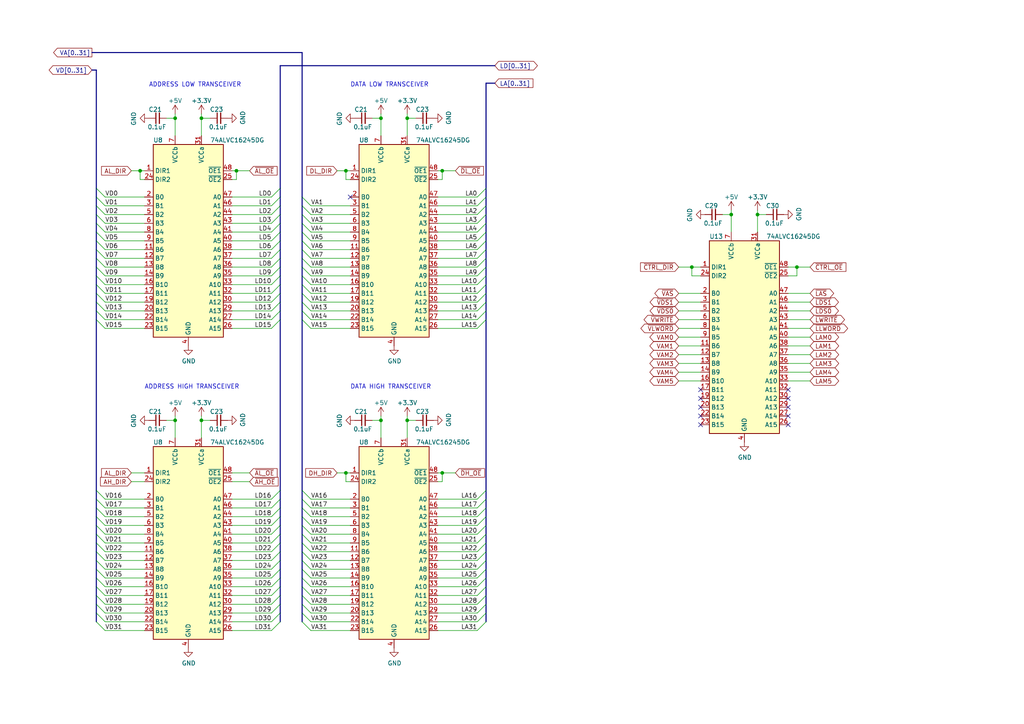
<source format=kicad_sch>
(kicad_sch (version 20230121) (generator eeschema)
  (paper "A4")
  (title_block (title "IVC-STH7") (rev "1"))
  (junction (at 50.8 34.29))
  (junction (at 58.42 121.92))
  (junction (at 118.11 121.92))
  (junction (at 231.14 77.47))
  (junction (at 110.49 121.92))
  (junction (at 128.27 137.16))
  (junction (at 100.33 49.53))
  (junction (at 128.27 49.53))
  (junction (at 68.58 49.53))
  (junction (at 58.42 34.29))
  (junction (at 110.49 34.29))
  (junction (at 50.8 121.92))
  (junction (at 212.09 62.23))
  (junction (at 100.33 137.16))
  (junction (at 219.71 62.23))
  (junction (at 200.66 77.47))
  (junction (at 118.11 34.29))
  (junction (at 40.64 49.53))
  (no_connect (at 228.6 118.11))
  (no_connect (at 203.2 115.57))
  (no_connect (at 203.2 123.19))
  (no_connect (at 228.6 115.57))
  (no_connect (at 101.6 57.15))
  (no_connect (at 203.2 113.03))
  (no_connect (at 203.2 118.11))
  (no_connect (at 203.2 120.65))
  (no_connect (at 228.6 123.19))
  (no_connect (at 228.6 120.65))
  (no_connect (at 228.6 113.03))
  (bus_entry (at 30.48 72.39) (size -2.54 -2.54))
  (bus_entry (at 90.17 95.25) (size -2.54 -2.54))
  (bus_entry (at 138.43 160.02) (size 2.54 -2.54))
  (bus_entry (at 78.74 175.26) (size 2.54 -2.54))
  (bus_entry (at 78.74 77.47) (size 2.54 -2.54))
  (bus_entry (at 30.48 77.47) (size -2.54 -2.54))
  (bus_entry (at 138.43 82.55) (size 2.54 -2.54))
  (bus_entry (at 78.74 149.86) (size 2.54 -2.54))
  (bus_entry (at 30.48 67.31) (size -2.54 -2.54))
  (bus_entry (at 78.74 177.8) (size 2.54 -2.54))
  (bus_entry (at 78.74 160.02) (size 2.54 -2.54))
  (bus_entry (at 30.48 87.63) (size -2.54 -2.54))
  (bus_entry (at 90.17 62.23) (size -2.54 -2.54))
  (bus_entry (at 78.74 67.31) (size 2.54 -2.54))
  (bus_entry (at 30.48 80.01) (size -2.54 -2.54))
  (bus_entry (at 90.17 167.64) (size -2.54 -2.54))
  (bus_entry (at 78.74 64.77) (size 2.54 -2.54))
  (bus_entry (at 138.43 162.56) (size 2.54 -2.54))
  (bus_entry (at 138.43 154.94) (size 2.54 -2.54))
  (bus_entry (at 90.17 157.48) (size -2.54 -2.54))
  (bus_entry (at 138.43 80.01) (size 2.54 -2.54))
  (bus_entry (at 30.48 62.23) (size -2.54 -2.54))
  (bus_entry (at 138.43 87.63) (size 2.54 -2.54))
  (bus_entry (at 90.17 172.72) (size -2.54 -2.54))
  (bus_entry (at 138.43 182.88) (size 2.54 -2.54))
  (bus_entry (at 30.48 172.72) (size -2.54 -2.54))
  (bus_entry (at 138.43 170.18) (size 2.54 -2.54))
  (bus_entry (at 90.17 152.4) (size -2.54 -2.54))
  (bus_entry (at 78.74 90.17) (size 2.54 -2.54))
  (bus_entry (at 90.17 170.18) (size -2.54 -2.54))
  (bus_entry (at 30.48 149.86) (size -2.54 -2.54))
  (bus_entry (at 90.17 59.69) (size -2.54 -2.54))
  (bus_entry (at 30.48 162.56) (size -2.54 -2.54))
  (bus_entry (at 30.48 177.8) (size -2.54 -2.54))
  (bus_entry (at 78.74 144.78) (size 2.54 -2.54))
  (bus_entry (at 78.74 72.39) (size 2.54 -2.54))
  (bus_entry (at 90.17 149.86) (size -2.54 -2.54))
  (bus_entry (at 138.43 62.23) (size 2.54 -2.54))
  (bus_entry (at 30.48 95.25) (size -2.54 -2.54))
  (bus_entry (at 90.17 64.77) (size -2.54 -2.54))
  (bus_entry (at 90.17 175.26) (size -2.54 -2.54))
  (bus_entry (at 138.43 85.09) (size 2.54 -2.54))
  (bus_entry (at 138.43 64.77) (size 2.54 -2.54))
  (bus_entry (at 90.17 77.47) (size -2.54 -2.54))
  (bus_entry (at 30.48 154.94) (size -2.54 -2.54))
  (bus_entry (at 90.17 69.85) (size -2.54 -2.54))
  (bus_entry (at 138.43 92.71) (size 2.54 -2.54))
  (bus_entry (at 78.74 87.63) (size 2.54 -2.54))
  (bus_entry (at 90.17 177.8) (size -2.54 -2.54))
  (bus_entry (at 90.17 74.93) (size -2.54 -2.54))
  (bus_entry (at 78.74 57.15) (size 2.54 -2.54))
  (bus_entry (at 78.74 80.01) (size 2.54 -2.54))
  (bus_entry (at 30.48 182.88) (size -2.54 -2.54))
  (bus_entry (at 78.74 167.64) (size 2.54 -2.54))
  (bus_entry (at 30.48 180.34) (size -2.54 -2.54))
  (bus_entry (at 138.43 95.25) (size 2.54 -2.54))
  (bus_entry (at 30.48 82.55) (size -2.54 -2.54))
  (bus_entry (at 30.48 69.85) (size -2.54 -2.54))
  (bus_entry (at 78.74 82.55) (size 2.54 -2.54))
  (bus_entry (at 90.17 147.32) (size -2.54 -2.54))
  (bus_entry (at 138.43 59.69) (size 2.54 -2.54))
  (bus_entry (at 90.17 160.02) (size -2.54 -2.54))
  (bus_entry (at 90.17 182.88) (size -2.54 -2.54))
  (bus_entry (at 138.43 74.93) (size 2.54 -2.54))
  (bus_entry (at 78.74 180.34) (size 2.54 -2.54))
  (bus_entry (at 30.48 90.17) (size -2.54 -2.54))
  (bus_entry (at 30.48 170.18) (size -2.54 -2.54))
  (bus_entry (at 138.43 69.85) (size 2.54 -2.54))
  (bus_entry (at 30.48 167.64) (size -2.54 -2.54))
  (bus_entry (at 78.74 172.72) (size 2.54 -2.54))
  (bus_entry (at 30.48 85.09) (size -2.54 -2.54))
  (bus_entry (at 138.43 172.72) (size 2.54 -2.54))
  (bus_entry (at 138.43 177.8) (size 2.54 -2.54))
  (bus_entry (at 138.43 147.32) (size 2.54 -2.54))
  (bus_entry (at 90.17 85.09) (size -2.54 -2.54))
  (bus_entry (at 30.48 165.1) (size -2.54 -2.54))
  (bus_entry (at 90.17 180.34) (size -2.54 -2.54))
  (bus_entry (at 30.48 152.4) (size -2.54 -2.54))
  (bus_entry (at 30.48 74.93) (size -2.54 -2.54))
  (bus_entry (at 138.43 167.64) (size 2.54 -2.54))
  (bus_entry (at 30.48 157.48) (size -2.54 -2.54))
  (bus_entry (at 30.48 59.69) (size -2.54 -2.54))
  (bus_entry (at 138.43 180.34) (size 2.54 -2.54))
  (bus_entry (at 78.74 69.85) (size 2.54 -2.54))
  (bus_entry (at 78.74 85.09) (size 2.54 -2.54))
  (bus_entry (at 90.17 154.94) (size -2.54 -2.54))
  (bus_entry (at 78.74 74.93) (size 2.54 -2.54))
  (bus_entry (at 78.74 147.32) (size 2.54 -2.54))
  (bus_entry (at 138.43 72.39) (size 2.54 -2.54))
  (bus_entry (at 138.43 149.86) (size 2.54 -2.54))
  (bus_entry (at 138.43 152.4) (size 2.54 -2.54))
  (bus_entry (at 30.48 144.78) (size -2.54 -2.54))
  (bus_entry (at 90.17 87.63) (size -2.54 -2.54))
  (bus_entry (at 78.74 92.71) (size 2.54 -2.54))
  (bus_entry (at 138.43 90.17) (size 2.54 -2.54))
  (bus_entry (at 138.43 67.31) (size 2.54 -2.54))
  (bus_entry (at 138.43 57.15) (size 2.54 -2.54))
  (bus_entry (at 138.43 165.1) (size 2.54 -2.54))
  (bus_entry (at 30.48 57.15) (size -2.54 -2.54))
  (bus_entry (at 90.17 144.78) (size -2.54 -2.54))
  (bus_entry (at 78.74 170.18) (size 2.54 -2.54))
  (bus_entry (at 78.74 182.88) (size 2.54 -2.54))
  (bus_entry (at 78.74 162.56) (size 2.54 -2.54))
  (bus_entry (at 90.17 92.71) (size -2.54 -2.54))
  (bus_entry (at 78.74 154.94) (size 2.54 -2.54))
  (bus_entry (at 78.74 165.1) (size 2.54 -2.54))
  (bus_entry (at 90.17 90.17) (size -2.54 -2.54))
  (bus_entry (at 30.48 147.32) (size -2.54 -2.54))
  (bus_entry (at 78.74 62.23) (size 2.54 -2.54))
  (bus_entry (at 138.43 175.26) (size 2.54 -2.54))
  (bus_entry (at 78.74 59.69) (size 2.54 -2.54))
  (bus_entry (at 90.17 165.1) (size -2.54 -2.54))
  (bus_entry (at 78.74 157.48) (size 2.54 -2.54))
  (bus_entry (at 30.48 175.26) (size -2.54 -2.54))
  (bus_entry (at 90.17 162.56) (size -2.54 -2.54))
  (bus_entry (at 78.74 95.25) (size 2.54 -2.54))
  (bus_entry (at 30.48 160.02) (size -2.54 -2.54))
  (bus_entry (at 90.17 80.01) (size -2.54 -2.54))
  (bus_entry (at 30.48 64.77) (size -2.54 -2.54))
  (bus_entry (at 138.43 144.78) (size 2.54 -2.54))
  (bus_entry (at 90.17 72.39) (size -2.54 -2.54))
  (bus_entry (at 138.43 157.48) (size 2.54 -2.54))
  (bus_entry (at 78.74 152.4) (size 2.54 -2.54))
  (bus_entry (at 90.17 67.31) (size -2.54 -2.54))
  (bus_entry (at 30.48 92.71) (size -2.54 -2.54))
  (bus_entry (at 138.43 77.47) (size 2.54 -2.54))
  (bus_entry (at 90.17 82.55) (size -2.54 -2.54))
  (bus (pts (xy 140.97 175.26) (xy 140.97 177.8)))
  (wire (pts (xy 127 157.48) (xy 138.43 157.48)))
  (bus (pts (xy 81.28 64.77) (xy 81.28 67.31)))
  (bus (pts (xy 81.28 152.4) (xy 81.28 154.94)))
  (wire (pts (xy 228.6 85.09) (xy 234.95 85.09)))
  (bus (pts (xy 140.97 172.72) (xy 140.97 175.26)))
  (bus (pts (xy 27.94 77.47) (xy 27.94 80.01)))
  (wire (pts (xy 200.66 80.01) (xy 203.2 80.01)))
  (bus (pts (xy 87.63 172.72) (xy 87.63 175.26)))
  (wire (pts (xy 196.85 107.95) (xy 203.2 107.95)))
  (bus (pts (xy 27.94 165.1) (xy 27.94 167.64)))
  (wire (pts (xy 107.95 121.92) (xy 110.49 121.92)))
  (wire (pts (xy 101.6 52.07) (xy 100.33 52.07)))
  (wire (pts (xy 100.33 49.53) (xy 101.6 49.53)))
  (bus (pts (xy 81.28 77.47) (xy 81.28 80.01)))
  (bus (pts (xy 81.28 172.72) (xy 81.28 175.26)))
  (wire (pts (xy 67.31 177.8) (xy 78.74 177.8)))
  (wire (pts (xy 41.91 175.26) (xy 30.48 175.26)))
  (wire (pts (xy 101.6 180.34) (xy 90.17 180.34)))
  (bus (pts (xy 140.97 24.13) (xy 143.51 24.13)))
  (wire (pts (xy 101.6 72.39) (xy 90.17 72.39)))
  (wire (pts (xy 100.33 139.7) (xy 100.33 137.16)))
  (wire (pts (xy 90.17 172.72) (xy 101.6 172.72)))
  (wire (pts (xy 228.6 90.17) (xy 234.95 90.17)))
  (wire (pts (xy 78.74 165.1) (xy 67.31 165.1)))
  (wire (pts (xy 127 180.34) (xy 138.43 180.34)))
  (wire (pts (xy 127 74.93) (xy 138.43 74.93)))
  (wire (pts (xy 50.8 121.92) (xy 50.8 127)))
  (wire (pts (xy 41.91 149.86) (xy 30.48 149.86)))
  (wire (pts (xy 30.48 172.72) (xy 41.91 172.72)))
  (wire (pts (xy 50.8 120.65) (xy 50.8 121.92)))
  (wire (pts (xy 196.85 90.17) (xy 203.2 90.17)))
  (wire (pts (xy 90.17 64.77) (xy 101.6 64.77)))
  (wire (pts (xy 30.48 85.09) (xy 41.91 85.09)))
  (bus (pts (xy 27.94 157.48) (xy 27.94 160.02)))
  (bus (pts (xy 81.28 165.1) (xy 81.28 167.64)))
  (bus (pts (xy 81.28 57.15) (xy 81.28 59.69)))
  (bus (pts (xy 81.28 92.71) (xy 81.28 142.24)))
  (bus (pts (xy 87.63 62.23) (xy 87.63 64.77)))
  (wire (pts (xy 67.31 49.53) (xy 68.58 49.53)))
  (wire (pts (xy 100.33 52.07) (xy 100.33 49.53)))
  (wire (pts (xy 41.91 67.31) (xy 30.48 67.31)))
  (wire (pts (xy 228.6 97.79) (xy 234.95 97.79)))
  (wire (pts (xy 101.6 162.56) (xy 90.17 162.56)))
  (wire (pts (xy 228.6 92.71) (xy 234.95 92.71)))
  (wire (pts (xy 41.91 62.23) (xy 30.48 62.23)))
  (bus (pts (xy 140.97 54.61) (xy 140.97 57.15)))
  (wire (pts (xy 212.09 60.96) (xy 212.09 62.23)))
  (wire (pts (xy 127 87.63) (xy 138.43 87.63)))
  (wire (pts (xy 101.6 74.93) (xy 90.17 74.93)))
  (bus (pts (xy 87.63 177.8) (xy 87.63 180.34)))
  (wire (pts (xy 110.49 121.92) (xy 110.49 127)))
  (wire (pts (xy 68.58 52.07) (xy 68.58 49.53)))
  (wire (pts (xy 110.49 34.29) (xy 110.49 39.37)))
  (bus (pts (xy 81.28 154.94) (xy 81.28 157.48)))
  (wire (pts (xy 41.91 182.88) (xy 30.48 182.88)))
  (wire (pts (xy 90.17 165.1) (xy 101.6 165.1)))
  (wire (pts (xy 118.11 121.92) (xy 120.65 121.92)))
  (bus (pts (xy 140.97 57.15) (xy 140.97 59.69)))
  (wire (pts (xy 101.6 177.8) (xy 90.17 177.8)))
  (bus (pts (xy 140.97 62.23) (xy 140.97 64.77)))
  (bus (pts (xy 140.97 170.18) (xy 140.97 172.72)))
  (bus (pts (xy 87.63 162.56) (xy 87.63 165.1)))
  (bus (pts (xy 81.28 69.85) (xy 81.28 72.39)))
  (wire (pts (xy 41.91 69.85) (xy 30.48 69.85)))
  (wire (pts (xy 228.6 105.41) (xy 234.95 105.41)))
  (wire (pts (xy 138.43 144.78) (xy 127 144.78)))
  (bus (pts (xy 140.97 82.55) (xy 140.97 85.09)))
  (wire (pts (xy 48.26 34.29) (xy 50.8 34.29)))
  (bus (pts (xy 87.63 160.02) (xy 87.63 162.56)))
  (wire (pts (xy 41.91 59.69) (xy 30.48 59.69)))
  (bus (pts (xy 140.97 77.47) (xy 140.97 80.01)))
  (bus (pts (xy 26.67 15.24) (xy 87.63 15.24)))
  (wire (pts (xy 41.91 167.64) (xy 30.48 167.64)))
  (wire (pts (xy 101.6 87.63) (xy 90.17 87.63)))
  (bus (pts (xy 140.97 167.64) (xy 140.97 170.18)))
  (wire (pts (xy 101.6 59.69) (xy 90.17 59.69)))
  (bus (pts (xy 27.94 64.77) (xy 27.94 67.31)))
  (wire (pts (xy 90.17 144.78) (xy 101.6 144.78)))
  (wire (pts (xy 127 72.39) (xy 138.43 72.39)))
  (bus (pts (xy 27.94 149.86) (xy 27.94 152.4)))
  (wire (pts (xy 50.8 34.29) (xy 50.8 39.37)))
  (bus (pts (xy 27.94 59.69) (xy 27.94 62.23)))
  (bus (pts (xy 87.63 67.31) (xy 87.63 69.85)))
  (bus (pts (xy 87.63 77.47) (xy 87.63 80.01)))
  (wire (pts (xy 67.31 80.01) (xy 78.74 80.01)))
  (bus (pts (xy 81.28 90.17) (xy 81.28 92.71)))
  (wire (pts (xy 38.1 49.53) (xy 40.64 49.53)))
  (bus (pts (xy 140.97 165.1) (xy 140.97 167.64)))
  (bus (pts (xy 87.63 72.39) (xy 87.63 74.93)))
  (bus (pts (xy 27.94 92.71) (xy 27.94 142.24)))
  (wire (pts (xy 101.6 182.88) (xy 90.17 182.88)))
  (bus (pts (xy 140.97 157.48) (xy 140.97 160.02)))
  (bus (pts (xy 81.28 170.18) (xy 81.28 172.72)))
  (bus (pts (xy 87.63 15.24) (xy 87.63 57.15)))
  (wire (pts (xy 228.6 77.47) (xy 231.14 77.47)))
  (wire (pts (xy 127 67.31) (xy 138.43 67.31)))
  (wire (pts (xy 118.11 33.02) (xy 118.11 34.29)))
  (bus (pts (xy 27.94 177.8) (xy 27.94 180.34)))
  (wire (pts (xy 67.31 137.16) (xy 72.39 137.16)))
  (wire (pts (xy 127 170.18) (xy 138.43 170.18)))
  (wire (pts (xy 67.31 92.71) (xy 78.74 92.71)))
  (wire (pts (xy 67.31 180.34) (xy 78.74 180.34)))
  (wire (pts (xy 231.14 77.47) (xy 234.95 77.47)))
  (bus (pts (xy 27.94 167.64) (xy 27.94 170.18)))
  (wire (pts (xy 67.31 59.69) (xy 78.74 59.69)))
  (bus (pts (xy 140.97 85.09) (xy 140.97 87.63)))
  (wire (pts (xy 101.6 147.32) (xy 90.17 147.32)))
  (wire (pts (xy 118.11 34.29) (xy 118.11 39.37)))
  (wire (pts (xy 101.6 92.71) (xy 90.17 92.71)))
  (wire (pts (xy 196.85 87.63) (xy 203.2 87.63)))
  (bus (pts (xy 87.63 90.17) (xy 87.63 92.71)))
  (wire (pts (xy 231.14 80.01) (xy 231.14 77.47)))
  (bus (pts (xy 81.28 175.26) (xy 81.28 177.8)))
  (bus (pts (xy 87.63 165.1) (xy 87.63 167.64)))
  (bus (pts (xy 140.97 92.71) (xy 140.97 142.24)))
  (bus (pts (xy 87.63 157.48) (xy 87.63 160.02)))
  (bus (pts (xy 87.63 57.15) (xy 87.63 59.69)))
  (wire (pts (xy 196.85 97.79) (xy 203.2 97.79)))
  (bus (pts (xy 27.94 160.02) (xy 27.94 162.56)))
  (wire (pts (xy 50.8 33.02) (xy 50.8 34.29)))
  (wire (pts (xy 30.48 165.1) (xy 41.91 165.1)))
  (wire (pts (xy 30.48 57.15) (xy 41.91 57.15)))
  (bus (pts (xy 27.94 82.55) (xy 27.94 85.09)))
  (wire (pts (xy 90.17 85.09) (xy 101.6 85.09)))
  (wire (pts (xy 101.6 149.86) (xy 90.17 149.86)))
  (wire (pts (xy 118.11 120.65) (xy 118.11 121.92)))
  (wire (pts (xy 68.58 49.53) (xy 72.39 49.53)))
  (wire (pts (xy 67.31 167.64) (xy 78.74 167.64)))
  (wire (pts (xy 127 175.26) (xy 138.43 175.26)))
  (bus (pts (xy 140.97 162.56) (xy 140.97 165.1)))
  (wire (pts (xy 58.42 34.29) (xy 58.42 39.37)))
  (wire (pts (xy 41.91 180.34) (xy 30.48 180.34)))
  (wire (pts (xy 41.91 154.94) (xy 30.48 154.94)))
  (bus (pts (xy 27.94 147.32) (xy 27.94 149.86)))
  (wire (pts (xy 127 80.01) (xy 138.43 80.01)))
  (wire (pts (xy 196.85 102.87) (xy 203.2 102.87)))
  (bus (pts (xy 27.94 74.93) (xy 27.94 77.47)))
  (bus (pts (xy 140.97 147.32) (xy 140.97 149.86)))
  (bus (pts (xy 27.94 162.56) (xy 27.94 165.1)))
  (bus (pts (xy 87.63 59.69) (xy 87.63 62.23)))
  (bus (pts (xy 81.28 144.78) (xy 81.28 147.32)))
  (bus (pts (xy 87.63 64.77) (xy 87.63 67.31)))
  (wire (pts (xy 127 162.56) (xy 138.43 162.56)))
  (bus (pts (xy 81.28 142.24) (xy 81.28 144.78)))
  (wire (pts (xy 67.31 160.02) (xy 78.74 160.02)))
  (wire (pts (xy 127 90.17) (xy 138.43 90.17)))
  (wire (pts (xy 30.48 144.78) (xy 41.91 144.78)))
  (bus (pts (xy 81.28 162.56) (xy 81.28 165.1)))
  (wire (pts (xy 90.17 152.4) (xy 101.6 152.4)))
  (bus (pts (xy 81.28 54.61) (xy 81.28 19.05)))
  (wire (pts (xy 78.74 57.15) (xy 67.31 57.15)))
  (bus (pts (xy 87.63 152.4) (xy 87.63 154.94)))
  (wire (pts (xy 228.6 110.49) (xy 234.95 110.49)))
  (wire (pts (xy 97.79 137.16) (xy 100.33 137.16)))
  (wire (pts (xy 58.42 33.02) (xy 58.42 34.29)))
  (wire (pts (xy 41.91 160.02) (xy 30.48 160.02)))
  (wire (pts (xy 138.43 165.1) (xy 127 165.1)))
  (wire (pts (xy 138.43 77.47) (xy 127 77.47)))
  (bus (pts (xy 87.63 170.18) (xy 87.63 172.72)))
  (bus (pts (xy 81.28 72.39) (xy 81.28 74.93)))
  (wire (pts (xy 196.85 77.47) (xy 200.66 77.47)))
  (wire (pts (xy 41.91 52.07) (xy 40.64 52.07)))
  (wire (pts (xy 101.6 95.25) (xy 90.17 95.25)))
  (wire (pts (xy 101.6 69.85) (xy 90.17 69.85)))
  (wire (pts (xy 67.31 95.25) (xy 78.74 95.25)))
  (bus (pts (xy 87.63 154.94) (xy 87.63 157.48)))
  (bus (pts (xy 81.28 59.69) (xy 81.28 62.23)))
  (wire (pts (xy 67.31 154.94) (xy 78.74 154.94)))
  (wire (pts (xy 67.31 72.39) (xy 78.74 72.39)))
  (wire (pts (xy 67.31 90.17) (xy 78.74 90.17)))
  (bus (pts (xy 27.94 87.63) (xy 27.94 90.17)))
  (wire (pts (xy 58.42 121.92) (xy 58.42 127)))
  (wire (pts (xy 219.71 62.23) (xy 222.25 62.23)))
  (wire (pts (xy 101.6 157.48) (xy 90.17 157.48)))
  (wire (pts (xy 67.31 182.88) (xy 78.74 182.88)))
  (wire (pts (xy 67.31 87.63) (xy 78.74 87.63)))
  (bus (pts (xy 140.97 59.69) (xy 140.97 62.23)))
  (wire (pts (xy 78.74 64.77) (xy 67.31 64.77)))
  (wire (pts (xy 67.31 170.18) (xy 78.74 170.18)))
  (bus (pts (xy 87.63 142.24) (xy 87.63 144.78)))
  (bus (pts (xy 81.28 82.55) (xy 81.28 85.09)))
  (bus (pts (xy 140.97 72.39) (xy 140.97 74.93)))
  (wire (pts (xy 41.91 80.01) (xy 30.48 80.01)))
  (bus (pts (xy 140.97 152.4) (xy 140.97 154.94)))
  (wire (pts (xy 228.6 87.63) (xy 234.95 87.63)))
  (wire (pts (xy 127 167.64) (xy 138.43 167.64)))
  (bus (pts (xy 87.63 175.26) (xy 87.63 177.8)))
  (wire (pts (xy 196.85 92.71) (xy 203.2 92.71)))
  (bus (pts (xy 81.28 149.86) (xy 81.28 152.4)))
  (wire (pts (xy 67.31 139.7) (xy 72.39 139.7)))
  (bus (pts (xy 81.28 85.09) (xy 81.28 87.63)))
  (wire (pts (xy 38.1 137.16) (xy 41.91 137.16)))
  (wire (pts (xy 200.66 77.47) (xy 200.66 80.01)))
  (wire (pts (xy 101.6 154.94) (xy 90.17 154.94)))
  (wire (pts (xy 138.43 64.77) (xy 127 64.77)))
  (wire (pts (xy 127 49.53) (xy 128.27 49.53)))
  (bus (pts (xy 27.94 57.15) (xy 27.94 59.69)))
  (wire (pts (xy 196.85 110.49) (xy 203.2 110.49)))
  (bus (pts (xy 81.28 54.61) (xy 81.28 57.15)))
  (bus (pts (xy 27.94 142.24) (xy 27.94 144.78)))
  (bus (pts (xy 27.94 80.01) (xy 27.94 82.55)))
  (wire (pts (xy 101.6 62.23) (xy 90.17 62.23)))
  (wire (pts (xy 67.31 162.56) (xy 78.74 162.56)))
  (bus (pts (xy 87.63 144.78) (xy 87.63 147.32)))
  (wire (pts (xy 101.6 175.26) (xy 90.17 175.26)))
  (wire (pts (xy 41.91 177.8) (xy 30.48 177.8)))
  (bus (pts (xy 140.97 80.01) (xy 140.97 82.55)))
  (wire (pts (xy 196.85 95.25) (xy 203.2 95.25)))
  (wire (pts (xy 41.91 90.17) (xy 30.48 90.17)))
  (bus (pts (xy 27.94 154.94) (xy 27.94 157.48)))
  (bus (pts (xy 27.94 172.72) (xy 27.94 175.26)))
  (wire (pts (xy 127 177.8) (xy 138.43 177.8)))
  (wire (pts (xy 127 59.69) (xy 138.43 59.69)))
  (wire (pts (xy 41.91 95.25) (xy 30.48 95.25)))
  (wire (pts (xy 90.17 77.47) (xy 101.6 77.47)))
  (wire (pts (xy 228.6 102.87) (xy 234.95 102.87)))
  (wire (pts (xy 110.49 120.65) (xy 110.49 121.92)))
  (bus (pts (xy 27.94 175.26) (xy 27.94 177.8)))
  (wire (pts (xy 78.74 152.4) (xy 67.31 152.4)))
  (wire (pts (xy 30.48 152.4) (xy 41.91 152.4)))
  (wire (pts (xy 212.09 62.23) (xy 212.09 67.31)))
  (bus (pts (xy 81.28 147.32) (xy 81.28 149.86)))
  (bus (pts (xy 87.63 82.55) (xy 87.63 85.09)))
  (wire (pts (xy 101.6 160.02) (xy 90.17 160.02)))
  (wire (pts (xy 127 139.7) (xy 128.27 139.7)))
  (wire (pts (xy 100.33 137.16) (xy 101.6 137.16)))
  (bus (pts (xy 81.28 62.23) (xy 81.28 64.77)))
  (bus (pts (xy 140.97 177.8) (xy 140.97 180.34)))
  (wire (pts (xy 101.6 80.01) (xy 90.17 80.01)))
  (bus (pts (xy 81.28 157.48) (xy 81.28 160.02)))
  (wire (pts (xy 127 92.71) (xy 138.43 92.71)))
  (wire (pts (xy 127 52.07) (xy 128.27 52.07)))
  (wire (pts (xy 58.42 121.92) (xy 60.96 121.92)))
  (wire (pts (xy 228.6 80.01) (xy 231.14 80.01)))
  (bus (pts (xy 27.94 85.09) (xy 27.94 87.63)))
  (wire (pts (xy 127 149.86) (xy 138.43 149.86)))
  (bus (pts (xy 140.97 54.61) (xy 140.97 24.13)))
  (wire (pts (xy 138.43 85.09) (xy 127 85.09)))
  (wire (pts (xy 67.31 147.32) (xy 78.74 147.32)))
  (wire (pts (xy 101.6 170.18) (xy 90.17 170.18)))
  (wire (pts (xy 48.26 121.92) (xy 50.8 121.92)))
  (wire (pts (xy 58.42 120.65) (xy 58.42 121.92)))
  (wire (pts (xy 138.43 57.15) (xy 127 57.15)))
  (bus (pts (xy 87.63 87.63) (xy 87.63 90.17)))
  (bus (pts (xy 27.94 69.85) (xy 27.94 72.39)))
  (wire (pts (xy 228.6 95.25) (xy 234.95 95.25)))
  (wire (pts (xy 228.6 100.33) (xy 234.95 100.33)))
  (wire (pts (xy 67.31 52.07) (xy 68.58 52.07)))
  (wire (pts (xy 41.91 170.18) (xy 30.48 170.18)))
  (wire (pts (xy 128.27 139.7) (xy 128.27 137.16)))
  (wire (pts (xy 41.91 74.93) (xy 30.48 74.93)))
  (wire (pts (xy 101.6 139.7) (xy 100.33 139.7)))
  (wire (pts (xy 78.74 77.47) (xy 67.31 77.47)))
  (wire (pts (xy 67.31 149.86) (xy 78.74 149.86)))
  (bus (pts (xy 26.67 20.32) (xy 27.94 20.32)))
  (bus (pts (xy 27.94 170.18) (xy 27.94 172.72)))
  (wire (pts (xy 38.1 139.7) (xy 41.91 139.7)))
  (wire (pts (xy 41.91 157.48) (xy 30.48 157.48)))
  (wire (pts (xy 41.91 72.39) (xy 30.48 72.39)))
  (wire (pts (xy 127 137.16) (xy 128.27 137.16)))
  (wire (pts (xy 127 62.23) (xy 138.43 62.23)))
  (bus (pts (xy 27.94 67.31) (xy 27.94 69.85)))
  (bus (pts (xy 140.97 160.02) (xy 140.97 162.56)))
  (wire (pts (xy 127 147.32) (xy 138.43 147.32)))
  (bus (pts (xy 140.97 87.63) (xy 140.97 90.17)))
  (bus (pts (xy 81.28 67.31) (xy 81.28 69.85)))
  (wire (pts (xy 228.6 107.95) (xy 234.95 107.95)))
  (wire (pts (xy 67.31 67.31) (xy 78.74 67.31)))
  (bus (pts (xy 81.28 80.01) (xy 81.28 82.55)))
  (wire (pts (xy 41.91 82.55) (xy 30.48 82.55)))
  (bus (pts (xy 27.94 20.32) (xy 27.94 54.61)))
  (bus (pts (xy 87.63 167.64) (xy 87.63 170.18)))
  (wire (pts (xy 219.71 60.96) (xy 219.71 62.23)))
  (bus (pts (xy 81.28 160.02) (xy 81.28 162.56)))
  (wire (pts (xy 67.31 157.48) (xy 78.74 157.48)))
  (bus (pts (xy 81.28 177.8) (xy 81.28 180.34)))
  (wire (pts (xy 127 69.85) (xy 138.43 69.85)))
  (bus (pts (xy 140.97 154.94) (xy 140.97 157.48)))
  (wire (pts (xy 41.91 162.56) (xy 30.48 162.56)))
  (wire (pts (xy 118.11 34.29) (xy 120.65 34.29)))
  (wire (pts (xy 67.31 175.26) (xy 78.74 175.26)))
  (wire (pts (xy 118.11 121.92) (xy 118.11 127)))
  (bus (pts (xy 140.97 74.93) (xy 140.97 77.47)))
  (wire (pts (xy 30.48 77.47) (xy 41.91 77.47)))
  (bus (pts (xy 87.63 74.93) (xy 87.63 77.47)))
  (wire (pts (xy 101.6 167.64) (xy 90.17 167.64)))
  (wire (pts (xy 127 82.55) (xy 138.43 82.55)))
  (wire (pts (xy 40.64 49.53) (xy 41.91 49.53)))
  (wire (pts (xy 196.85 85.09) (xy 203.2 85.09)))
  (wire (pts (xy 127 160.02) (xy 138.43 160.02)))
  (wire (pts (xy 78.74 172.72) (xy 67.31 172.72)))
  (wire (pts (xy 110.49 33.02) (xy 110.49 34.29)))
  (wire (pts (xy 138.43 152.4) (xy 127 152.4)))
  (bus (pts (xy 27.94 62.23) (xy 27.94 64.77)))
  (wire (pts (xy 138.43 172.72) (xy 127 172.72)))
  (bus (pts (xy 140.97 64.77) (xy 140.97 67.31)))
  (wire (pts (xy 196.85 100.33) (xy 203.2 100.33)))
  (bus (pts (xy 140.97 144.78) (xy 140.97 147.32)))
  (wire (pts (xy 78.74 144.78) (xy 67.31 144.78)))
  (bus (pts (xy 87.63 147.32) (xy 87.63 149.86)))
  (wire (pts (xy 97.79 49.53) (xy 100.33 49.53)))
  (wire (pts (xy 67.31 74.93) (xy 78.74 74.93)))
  (bus (pts (xy 27.94 144.78) (xy 27.94 147.32)))
  (bus (pts (xy 140.97 149.86) (xy 140.97 152.4)))
  (bus (pts (xy 140.97 67.31) (xy 140.97 69.85)))
  (wire (pts (xy 128.27 137.16) (xy 132.08 137.16)))
  (bus (pts (xy 27.94 90.17) (xy 27.94 92.71)))
  (wire (pts (xy 41.91 92.71) (xy 30.48 92.71)))
  (bus (pts (xy 81.28 87.63) (xy 81.28 90.17)))
  (wire (pts (xy 128.27 52.07) (xy 128.27 49.53)))
  (wire (pts (xy 128.27 49.53) (xy 132.08 49.53)))
  (wire (pts (xy 67.31 69.85) (xy 78.74 69.85)))
  (bus (pts (xy 27.94 54.61) (xy 27.94 57.15)))
  (wire (pts (xy 219.71 62.23) (xy 219.71 67.31)))
  (wire (pts (xy 127 95.25) (xy 138.43 95.25)))
  (wire (pts (xy 209.55 62.23) (xy 212.09 62.23)))
  (wire (pts (xy 101.6 82.55) (xy 90.17 82.55)))
  (wire (pts (xy 200.66 77.47) (xy 203.2 77.47)))
  (bus (pts (xy 87.63 69.85) (xy 87.63 72.39)))
  (wire (pts (xy 127 154.94) (xy 138.43 154.94)))
  (bus (pts (xy 87.63 92.71) (xy 87.63 142.24)))
  (bus (pts (xy 81.28 167.64) (xy 81.28 170.18)))
  (bus (pts (xy 81.28 74.93) (xy 81.28 77.47)))
  (bus (pts (xy 87.63 80.01) (xy 87.63 82.55)))
  (wire (pts (xy 41.91 87.63) (xy 30.48 87.63)))
  (bus (pts (xy 87.63 149.86) (xy 87.63 152.4)))
  (bus (pts (xy 27.94 72.39) (xy 27.94 74.93)))
  (wire (pts (xy 58.42 34.29) (xy 60.96 34.29)))
  (wire (pts (xy 67.31 62.23) (xy 78.74 62.23)))
  (bus (pts (xy 27.94 152.4) (xy 27.94 154.94)))
  (wire (pts (xy 78.74 85.09) (xy 67.31 85.09)))
  (bus (pts (xy 140.97 69.85) (xy 140.97 72.39)))
  (wire (pts (xy 101.6 67.31) (xy 90.17 67.31)))
  (bus (pts (xy 81.28 19.05) (xy 143.51 19.05)))
  (wire (pts (xy 30.48 64.77) (xy 41.91 64.77)))
  (wire (pts (xy 196.85 105.41) (xy 203.2 105.41)))
  (bus (pts (xy 87.63 85.09) (xy 87.63 87.63)))
  (wire (pts (xy 67.31 82.55) (xy 78.74 82.55)))
  (wire (pts (xy 107.95 34.29) (xy 110.49 34.29)))
  (bus (pts (xy 140.97 90.17) (xy 140.97 92.71)))
  (wire (pts (xy 40.64 52.07) (xy 40.64 49.53)))
  (wire (pts (xy 127 182.88) (xy 138.43 182.88)))
  (wire (pts (xy 41.91 147.32) (xy 30.48 147.32)))
  (wire (pts (xy 101.6 90.17) (xy 90.17 90.17)))
  (bus (pts (xy 140.97 142.24) (xy 140.97 144.78)))
  (text "ADDRESS HIGH TRANSCEIVER\n" (at 41.91 113.03 0) (effects (font (size 1.27 1.27)) (justify left bottom)))
  (text "ADDRESS LOW TRANSCEIVER\n" (at 43.18 25.4 0) (effects (font (size 1.27 1.27)) (justify left bottom)))
  (text "DATA LOW TRANSCEIVER\n" (at 101.6 25.4 0) (effects (font (size 1.27 1.27)) (justify left bottom)))
  (text "DATA HIGH TRANSCEIVER\n" (at 101.6 113.03 0) (effects (font (size 1.27 1.27)) (justify left bottom)))
  (label "VD20" (at 30.48 154.94 0))
  (label "LA20" (at 138.43 154.94 180))
  (label "VD17" (at 30.48 147.32 0))
  (label "LD28" (at 78.74 175.26 180))
  (label "VA15" (at 90.17 95.25 0))
  (label "VA11" (at 90.17 85.09 0))
  (label "LA18" (at 138.43 149.86 180))
  (label "VD22" (at 30.48 160.02 0))
  (label "LA6" (at 138.43 72.39 180))
  (label "VA9" (at 90.17 80.01 0))
  (label "VA29" (at 90.17 177.8 0))
  (label "VD29" (at 30.48 177.8 0))
  (label "VA10" (at 90.17 82.55 0))
  (label "VD27" (at 30.48 172.72 0))
  (label "LD25" (at 78.74 167.64 180))
  (label "LD21" (at 78.74 157.48 180))
  (label "LD8" (at 78.74 77.47 180))
  (label "VD9" (at 30.48 80.01 0))
  (label "LA14" (at 138.43 92.71 180))
  (label "LA1" (at 138.43 59.69 180))
  (label "LD2" (at 78.74 62.23 180))
  (label "VA4" (at 90.17 67.31 0))
  (label "LD15" (at 78.74 95.25 180))
  (label "VD30" (at 30.48 180.34 0))
  (label "VA27" (at 90.17 172.72 0))
  (label "LA31" (at 138.43 182.88 180))
  (label "LA26" (at 138.43 170.18 180))
  (label "LD13" (at 78.74 90.17 180))
  (label "VA3" (at 90.17 64.77 0))
  (label "LA17" (at 138.43 147.32 180))
  (label "VD31" (at 30.48 182.88 0))
  (label "LD11" (at 78.74 85.09 180))
  (label "LA8" (at 138.43 77.47 180))
  (label "VA14" (at 90.17 92.71 0))
  (label "VA19" (at 90.17 152.4 0))
  (label "LA12" (at 138.43 87.63 180))
  (label "LD19" (at 78.74 152.4 180))
  (label "VA21" (at 90.17 157.48 0))
  (label "VA8" (at 90.17 77.47 0))
  (label "VD8" (at 30.48 77.47 0))
  (label "VA26" (at 90.17 170.18 0))
  (label "VA20" (at 90.17 154.94 0))
  (label "LD16" (at 78.74 144.78 180))
  (label "LD20" (at 78.74 154.94 180))
  (label "VA18" (at 90.17 149.86 0))
  (label "VD12" (at 30.48 87.63 0))
  (label "LD1" (at 78.74 59.69 180))
  (label "VA31" (at 90.17 182.88 0))
  (label "LA21" (at 138.43 157.48 180))
  (label "LA11" (at 138.43 85.09 180))
  (label "VA6" (at 90.17 72.39 0))
  (label "VD4" (at 30.48 67.31 0))
  (label "VD26" (at 30.48 170.18 0))
  (label "VD3" (at 30.48 64.77 0))
  (label "LD22" (at 78.74 160.02 180))
  (label "LA4" (at 138.43 67.31 180))
  (label "VD21" (at 30.48 157.48 0))
  (label "LA28" (at 138.43 175.26 180))
  (label "VD23" (at 30.48 162.56 0))
  (label "VD0" (at 30.48 57.15 0))
  (label "LD18" (at 78.74 149.86 180))
  (label "LA15" (at 138.43 95.25 180))
  (label "VA16" (at 90.17 144.78 0))
  (label "VD1" (at 30.48 59.69 0))
  (label "LA25" (at 138.43 167.64 180))
  (label "LA7" (at 138.43 74.93 180))
  (label "VA2" (at 90.17 62.23 0))
  (label "LA30" (at 138.43 180.34 180))
  (label "LD31" (at 78.74 182.88 180))
  (label "VD15" (at 30.48 95.25 0))
  (label "VD19" (at 30.48 152.4 0))
  (label "VD13" (at 30.48 90.17 0))
  (label "LA23" (at 138.43 162.56 180))
  (label "LD17" (at 78.74 147.32 180))
  (label "LD26" (at 78.74 170.18 180))
  (label "VA23" (at 90.17 162.56 0))
  (label "LA2" (at 138.43 62.23 180))
  (label "VD25" (at 30.48 167.64 0))
  (label "VD28" (at 30.48 175.26 0))
  (label "VD14" (at 30.48 92.71 0))
  (label "LA27" (at 138.43 172.72 180))
  (label "VA13" (at 90.17 90.17 0))
  (label "LA16" (at 138.43 144.78 180))
  (label "VD18" (at 30.48 149.86 0))
  (label "LA24" (at 138.43 165.1 180))
  (label "VD11" (at 30.48 85.09 0))
  (label "LD12" (at 78.74 87.63 180))
  (label "LA19" (at 138.43 152.4 180))
  (label "VD7" (at 30.48 74.93 0))
  (label "VA24" (at 90.17 165.1 0))
  (label "LA10" (at 138.43 82.55 180))
  (label "LD3" (at 78.74 64.77 180))
  (label "LD5" (at 78.74 69.85 180))
  (label "VA28" (at 90.17 175.26 0))
  (label "LA22" (at 138.43 160.02 180))
  (label "VA17" (at 90.17 147.32 0))
  (label "VD10" (at 30.48 82.55 0))
  (label "LD23" (at 78.74 162.56 180))
  (label "LD10" (at 78.74 82.55 180))
  (label "LD0" (at 78.74 57.15 180))
  (label "LD30" (at 78.74 180.34 180))
  (label "LD14" (at 78.74 92.71 180))
  (label "LA13" (at 138.43 90.17 180))
  (label "LD9" (at 78.74 80.01 180))
  (label "VD2" (at 30.48 62.23 0))
  (label "LD4" (at 78.74 67.31 180))
  (label "LD27" (at 78.74 172.72 180))
  (label "LD29" (at 78.74 177.8 180))
  (label "VD5" (at 30.48 69.85 0))
  (label "VA5" (at 90.17 69.85 0))
  (label "VA7" (at 90.17 74.93 0))
  (label "LD6" (at 78.74 72.39 180))
  (label "VD6" (at 30.48 72.39 0))
  (label "VD24" (at 30.48 165.1 0))
  (label "LA0" (at 138.43 57.15 180))
  (label "VA1" (at 90.17 59.69 0))
  (label "LA3" (at 138.43 64.77 180))
  (label "LD24" (at 78.74 165.1 180))
  (label "VA25" (at 90.17 167.64 0))
  (label "LA5" (at 138.43 69.85 180))
  (label "LA9" (at 138.43 80.01 180))
  (label "LD7" (at 78.74 74.93 180))
  (label "VA22" (at 90.17 160.02 0))
  (label "VA30" (at 90.17 180.34 0))
  (label "VD16" (at 30.48 144.78 0))
  (label "LA29" (at 138.43 177.8 180))
  (label "VA12" (at 90.17 87.63 0))
  (global_label "~{LAS}" (shape bidirectional) (at 234.95 85.09 0) (property "Intersheetrefs" "${INTERSHEET_REFS}" (effects hide)))
  (global_label "VAM3" (shape bidirectional) (at 196.85 105.41 180) (property "Intersheetrefs" "${INTERSHEET_REFS}" (effects hide)))
  (global_label "LD[0..31]" (shape bidirectional) (at 143.51 19.05 0) (property "Intersheetrefs" "${INTERSHEET_REFS}" (effects hide)))
  (global_label "~{VDS1}" (shape bidirectional) (at 196.85 87.63 180) (property "Intersheetrefs" "${INTERSHEET_REFS}" (effects hide)))
  (global_label "VD[0..31]" (shape bidirectional) (at 26.67 20.32 180) (property "Intersheetrefs" "${INTERSHEET_REFS}" (effects hide)))
  (global_label "LA[0..31]" (shape input) (at 143.51 24.13 0) (property "Intersheetrefs" "${INTERSHEET_REFS}" (effects hide)))
  (global_label "LAM5" (shape bidirectional) (at 234.95 110.49 0) (property "Intersheetrefs" "${INTERSHEET_REFS}" (effects hide)))
  (global_label "VAM2" (shape bidirectional) (at 196.85 102.87 180) (property "Intersheetrefs" "${INTERSHEET_REFS}" (effects hide)))
  (global_label "VAM1" (shape bidirectional) (at 196.85 100.33 180) (property "Intersheetrefs" "${INTERSHEET_REFS}" (effects hide)))
  (global_label "~{CTRL_OE}" (shape input) (at 234.95 77.47 0) (property "Intersheetrefs" "${INTERSHEET_REFS}" (effects hide)))
  (global_label "~{DH_OE}" (shape input) (at 132.08 137.16 0) (property "Intersheetrefs" "${INTERSHEET_REFS}" (effects hide)))
  (global_label "AL_DIR" (shape input) (at 38.1 137.16 180) (property "Intersheetrefs" "${INTERSHEET_REFS}" (effects hide)))
  (global_label "LAM1" (shape bidirectional) (at 234.95 100.33 0) (property "Intersheetrefs" "${INTERSHEET_REFS}" (effects hide)))
  (global_label "~{LDS0}" (shape bidirectional) (at 234.95 90.17 0) (property "Intersheetrefs" "${INTERSHEET_REFS}" (effects hide)))
  (global_label "~{CTRL_DIR}" (shape input) (at 196.85 77.47 180) (property "Intersheetrefs" "${INTERSHEET_REFS}" (effects hide)))
  (global_label "LAM3" (shape bidirectional) (at 234.95 105.41 0) (property "Intersheetrefs" "${INTERSHEET_REFS}" (effects hide)))
  (global_label "DH_DIR" (shape input) (at 97.79 137.16 180) (property "Intersheetrefs" "${INTERSHEET_REFS}" (effects hide)))
  (global_label "~{LWRITE}" (shape bidirectional) (at 234.95 92.71 0) (property "Intersheetrefs" "${INTERSHEET_REFS}" (effects hide)))
  (global_label "LAM2" (shape bidirectional) (at 234.95 102.87 0) (property "Intersheetrefs" "${INTERSHEET_REFS}" (effects hide)))
  (global_label "~{VAS}" (shape bidirectional) (at 196.85 85.09 180) (property "Intersheetrefs" "${INTERSHEET_REFS}" (effects hide)))
  (global_label "~{AH_OE}" (shape input) (at 72.39 139.7 0) (property "Intersheetrefs" "${INTERSHEET_REFS}" (effects hide)))
  (global_label "VAM5" (shape bidirectional) (at 196.85 110.49 180) (property "Intersheetrefs" "${INTERSHEET_REFS}" (effects hide)))
  (global_label "VAM0" (shape bidirectional) (at 196.85 97.79 180) (property "Intersheetrefs" "${INTERSHEET_REFS}" (effects hide)))
  (global_label "~{VWRITE}" (shape bidirectional) (at 196.85 92.71 180) (property "Intersheetrefs" "${INTERSHEET_REFS}" (effects hide)))
  (global_label "~{VDS0}" (shape bidirectional) (at 196.85 90.17 180) (property "Intersheetrefs" "${INTERSHEET_REFS}" (effects hide)))
  (global_label "~{LLWORD}" (shape bidirectional) (at 234.95 95.25 0) (property "Intersheetrefs" "${INTERSHEET_REFS}" (effects hide)))
  (global_label "~{AL_OE}" (shape input) (at 72.39 137.16 0) (property "Intersheetrefs" "${INTERSHEET_REFS}" (effects hide)))
  (global_label "~{LDS1}" (shape bidirectional) (at 234.95 87.63 0) (property "Intersheetrefs" "${INTERSHEET_REFS}" (effects hide)))
  (global_label "DL_DIR" (shape input) (at 97.79 49.53 180) (property "Intersheetrefs" "${INTERSHEET_REFS}" (effects hide)))
  (global_label "LAM0" (shape bidirectional) (at 234.95 97.79 0) (property "Intersheetrefs" "${INTERSHEET_REFS}" (effects hide)))
  (global_label "VA[0..31]" (shape output) (at 26.67 15.24 180) (property "Intersheetrefs" "${INTERSHEET_REFS}" (effects hide)))
  (global_label "~{VLWORD}" (shape bidirectional) (at 196.85 95.25 180) (property "Intersheetrefs" "${INTERSHEET_REFS}" (effects hide)))
  (global_label "~{AL_OE}" (shape input) (at 72.39 49.53 0) (property "Intersheetrefs" "${INTERSHEET_REFS}" (effects hide)))
  (global_label "LAM4" (shape bidirectional) (at 234.95 107.95 0) (property "Intersheetrefs" "${INTERSHEET_REFS}" (effects hide)))
  (global_label "AL_DIR" (shape input) (at 38.1 49.53 180) (property "Intersheetrefs" "${INTERSHEET_REFS}" (effects hide)))
  (global_label "AH_DIR" (shape input) (at 38.1 139.7 180) (property "Intersheetrefs" "${INTERSHEET_REFS}" (effects hide)))
  (global_label "VAM4" (shape bidirectional) (at 196.85 107.95 180) (property "Intersheetrefs" "${INTERSHEET_REFS}" (effects hide)))
  (global_label "~{DL_OE}" (shape input) (at 132.08 49.53 0) (property "Intersheetrefs" "${INTERSHEET_REFS}" (effects hide)))
  (symbol (lib_id "power:+3.3V") (at 219.71 60.96 0) (unit 1)
    (property "Reference" "#PWR094" (effects hide))
    (property "Value" "+3.3V" (at 219.71 57.15 0))
    (instances (project "Fidget" (path "" (reference "#PWR094") (unit 1))) (project "IVC-STH7" (path "" (reference "#PWR092") (unit 1))))
  )
  (symbol (lib_id "power:+3.3V") (at 118.11 120.65 0) (unit 1)
    (property "Reference" "#PWR075" (effects hide))
    (property "Value" "+3.3V" (at 118.11 116.84 0))
    (instances (project "LevelShifting" (path "" (reference "#PWR075") (unit 1))) (project "Fidget" (path "" (reference "#PWR075") (unit 1))) (project "IVC-STH7" (path "" (reference "#PWR086") (unit 1))))
  )
  (symbol (lib_id "Device:C_Small") (at 45.72 34.29 90) (unit 1)
    (property "Reference" "C21" (at 46.99 31.75 90) (effects (justify left)))
    (property "Value" "0.1uF" (at 48.26 36.83 90) (effects (justify left)))
    (property "Footprint" "Capacitor_SMD:C_0805_2012Metric_Pad1.18x1.45mm_HandSolder" (effects hide))
    (instances (project "LevelShifting" (path "" (reference "C21") (unit 1))) (project "Fidget" (path "" (reference "C21") (unit 1))) (project "IVC-STH7" (path "" (reference "C35") (unit 1))))
  )
  (symbol (lib_id "Device:C_Small") (at 45.72 121.92 90) (unit 1)
    (property "Reference" "C21" (at 46.99 119.38 90) (effects (justify left)))
    (property "Value" "0.1uF" (at 48.26 124.46 90) (effects (justify left)))
    (property "Footprint" "Capacitor_SMD:C_0805_2012Metric_Pad1.18x1.45mm_HandSolder" (effects hide))
    (instances (project "LevelShifting" (path "" (reference "C21") (unit 1))) (project "Fidget" (path "" (reference "C21") (unit 1))) (project "IVC-STH7" (path "" (reference "C36") (unit 1))))
  )
  (symbol (lib_id "Computie_Transceivers:74ALVC16245DG") (at 215.9 97.79 0) (unit 1)
    (property "Reference" "U13" (at 205.74 68.58 0) (effects (justify left)))
    (property "Value" "74ALVC16245DG" (at 222.25 68.58 0) (effects (justify left)))
    (property "Footprint" "Computie_SMT:TSSOP-48_6.1x12.5mm_P0.5mm" (effects hide))
    (property "Datasheet" "https://assets.nexperia.com/documents/data-sheet/74ALVC164245.pdf" (effects hide))
    (instances (project "Fidget" (path "" (reference "U13") (unit 1))) (project "IVC-STH7" (path "" (reference "U9") (unit 1))))
  )
  (symbol (lib_id "power:+5V") (at 50.8 120.65 0) (unit 1)
    (property "Reference" "#PWR081" (effects hide))
    (property "Value" "+5V" (at 50.8 116.84 0))
    (instances (project "IVC-STH7" (path "" (reference "#PWR081") (unit 1)) (path "" (reference "#PWR012") (unit 1)) (path "" (reference "#PWR072") (unit 1))) (project "k30-SBC" (path "" (reference "#PWR042") (unit 1))))
  )
  (symbol (lib_id "power:GND") (at 114.3 187.96 0) (unit 1)
    (property "Reference" "#PWR032" (effects hide))
    (property "Value" "GND" (at 114.427 192.3542 0))
  )
  (symbol (lib_id "power:GND") (at 114.3 100.33 0) (unit 1)
    (property "Reference" "#PWR032" (effects hide))
    (property "Value" "GND" (at 114.427 104.7242 0))
  )
  (symbol (lib_id "power:GND") (at 125.73 121.92 90) (unit 1)
    (property "Reference" "#PWR077" (effects hide))
    (property "Value" "GND" (at 130.1242 121.793 0))
    (instances (project "LevelShifting" (path "" (reference "#PWR077") (unit 1))) (project "Fidget" (path "" (reference "#PWR077") (unit 1))) (project "IVC-STH7" (path "" (reference "#PWR088") (unit 1))))
  )
  (symbol (lib_id "power:GND") (at 43.18 121.92 270) (unit 1)
    (property "Reference" "#PWR069" (effects hide))
    (property "Value" "GND" (at 38.7858 122.047 0))
    (instances (project "LevelShifting" (path "" (reference "#PWR069") (unit 1))) (project "Fidget" (path "" (reference "#PWR069") (unit 1))) (project "IVC-STH7" (path "" (reference "#PWR070") (unit 1))))
  )
  (symbol (lib_id "Device:C_Small") (at 63.5 34.29 90) (unit 1)
    (property "Reference" "C23" (at 64.77 31.75 90) (effects (justify left)))
    (property "Value" "0.1uF" (at 66.04 36.83 90) (effects (justify left)))
    (property "Footprint" "Capacitor_SMD:C_0805_2012Metric_Pad1.18x1.45mm_HandSolder" (effects hide))
    (instances (project "LevelShifting" (path "" (reference "C23") (unit 1))) (project "Fidget" (path "" (reference "C23") (unit 1))) (project "IVC-STH7" (path "" (reference "C37") (unit 1))))
  )
  (symbol (lib_id "Device:C_Small") (at 207.01 62.23 90) (unit 1)
    (property "Reference" "C29" (at 208.28 59.69 90) (effects (justify left)))
    (property "Value" "0.1uF" (at 209.55 64.77 90) (effects (justify left)))
    (property "Footprint" "Capacitor_SMD:C_0805_2012Metric_Pad1.18x1.45mm_HandSolder" (effects hide))
    (instances (project "Fidget" (path "" (reference "C29") (unit 1))) (project "IVC-STH7" (path "" (reference "C43") (unit 1))))
  )
  (symbol (lib_id "power:+5V") (at 50.8 33.02 0) (unit 1)
    (property "Reference" "#PWR081" (effects hide))
    (property "Value" "+5V" (at 50.8 29.21 0))
    (instances (project "IVC-STH7" (path "" (reference "#PWR081") (unit 1)) (path "" (reference "#PWR012") (unit 1)) (path "" (reference "#PWR071") (unit 1))) (project "k30-SBC" (path "" (reference "#PWR042") (unit 1))))
  )
  (symbol (lib_id "Device:C_Small") (at 123.19 34.29 90) (unit 1)
    (property "Reference" "C23" (at 124.46 31.75 90) (effects (justify left)))
    (property "Value" "0.1uF" (at 125.73 36.83 90) (effects (justify left)))
    (property "Footprint" "Capacitor_SMD:C_0805_2012Metric_Pad1.18x1.45mm_HandSolder" (effects hide))
    (instances (project "LevelShifting" (path "" (reference "C23") (unit 1))) (project "Fidget" (path "" (reference "C23") (unit 1))) (project "IVC-STH7" (path "" (reference "C41") (unit 1))))
  )
  (symbol (lib_id "power:GND") (at 66.04 34.29 90) (unit 1)
    (property "Reference" "#PWR077" (effects hide))
    (property "Value" "GND" (at 70.4342 34.163 0))
  )
  (symbol (lib_id "power:+3.3V") (at 118.11 33.02 0) (unit 1)
    (property "Reference" "#PWR075" (effects hide))
    (property "Value" "+3.3V" (at 118.11 29.21 0))
    (instances (project "LevelShifting" (path "" (reference "#PWR075") (unit 1))) (project "Fidget" (path "" (reference "#PWR075") (unit 1))) (project "IVC-STH7" (path "" (reference "#PWR085") (unit 1))))
  )
  (symbol (lib_id "Device:C_Small") (at 123.19 121.92 90) (unit 1)
    (property "Reference" "C23" (at 124.46 119.38 90) (effects (justify left)))
    (property "Value" "0.1uF" (at 125.73 124.46 90) (effects (justify left)))
    (property "Footprint" "Capacitor_SMD:C_0805_2012Metric_Pad1.18x1.45mm_HandSolder" (effects hide))
    (instances (project "LevelShifting" (path "" (reference "C23") (unit 1))) (project "Fidget" (path "" (reference "C23") (unit 1))) (project "IVC-STH7" (path "" (reference "C42") (unit 1))))
  )
  (symbol (lib_id "power:+3.3V") (at 58.42 120.65 0) (unit 1)
    (property "Reference" "#PWR075" (effects hide))
    (property "Value" "+3.3V" (at 58.42 116.84 0))
    (instances (project "LevelShifting" (path "" (reference "#PWR075") (unit 1))) (project "Fidget" (path "" (reference "#PWR075") (unit 1))) (project "IVC-STH7" (path "" (reference "#PWR076") (unit 1))))
  )
  (symbol (lib_id "Computie_Transceivers:74ALVC16245DG") (at 54.61 69.85 0) (unit 1)
    (property "Reference" "U8" (at 44.45 40.64 0) (effects (justify left)))
    (property "Value" "74ALVC16245DG" (at 60.96 40.64 0) (effects (justify left)))
    (property "Footprint" "Computie_SMT:TSSOP-48_6.1x12.5mm_P0.5mm" (effects hide))
    (property "Datasheet" "https://assets.nexperia.com/documents/data-sheet/74ALVC164245.pdf" (effects hide))
    (instances (project "LevelShifting" (path "" (reference "U8") (unit 1))) (project "Fidget" (path "" (reference "U8") (unit 1))) (project "IVC-STH7" (path "" (reference "U5") (unit 1))))
  )
  (symbol (lib_id "power:GND") (at 227.33 62.23 90) (unit 1)
    (property "Reference" "#PWR095" (effects hide))
    (property "Value" "GND" (at 231.7242 62.103 0))
    (instances (project "Fidget" (path "" (reference "#PWR095") (unit 1))) (project "IVC-STH7" (path "" (reference "#PWR093") (unit 1))))
  )
  (symbol (lib_id "power:GND") (at 125.73 34.29 90) (unit 1)
    (property "Reference" "#PWR077" (effects hide))
    (property "Value" "GND" (at 130.1242 34.163 0))
    (instances (project "LevelShifting" (path "" (reference "#PWR077") (unit 1))) (project "Fidget" (path "" (reference "#PWR077") (unit 1))) (project "IVC-STH7" (path "" (reference "#PWR087") (unit 1))))
  )
  (symbol (lib_id "power:GND") (at 54.61 100.33 0) (unit 1)
    (property "Reference" "#PWR032" (effects hide))
    (property "Value" "GND" (at 54.737 104.7242 0))
  )
  (symbol (lib_id "power:+3.3V") (at 58.42 33.02 0) (unit 1)
    (property "Reference" "#PWR075" (effects hide))
    (property "Value" "+3.3V" (at 58.42 29.21 0))
  )
  (symbol (lib_id "power:+5V") (at 110.49 120.65 0) (unit 1)
    (property "Reference" "#PWR081" (effects hide))
    (property "Value" "+5V" (at 110.49 116.84 0))
    (instances (project "IVC-STH7" (path "" (reference "#PWR081") (unit 1)) (path "" (reference "#PWR012") (unit 1)) (path "" (reference "#PWR082") (unit 1))) (project "k30-SBC" (path "" (reference "#PWR042") (unit 1))))
  )
  (symbol (lib_id "Computie_Transceivers:74ALVC16245DG") (at 114.3 69.85 0) (unit 1)
    (property "Reference" "U8" (at 104.14 40.64 0) (effects (justify left)))
    (property "Value" "74ALVC16245DG" (at 120.65 40.64 0) (effects (justify left)))
    (property "Footprint" "Computie_SMT:TSSOP-48_6.1x12.5mm_P0.5mm" (effects hide))
    (property "Datasheet" "https://assets.nexperia.com/documents/data-sheet/74ALVC164245.pdf" (effects hide))
    (instances (project "LevelShifting" (path "" (reference "U8") (unit 1))) (project "Fidget" (path "" (reference "U8") (unit 1))) (project "IVC-STH7" (path "" (reference "U7") (unit 1))))
  )
  (symbol (lib_id "power:+5V") (at 110.49 33.02 0) (unit 1)
    (property "Reference" "#PWR081" (effects hide))
    (property "Value" "+5V" (at 110.49 29.21 0))
    (instances (project "IVC-STH7" (path "" (reference "#PWR081") (unit 1)) (path "" (reference "#PWR012") (unit 1)) (path "" (reference "#PWR081") (unit 1))) (project "k30-SBC" (path "" (reference "#PWR042") (unit 1))))
  )
  (symbol (lib_id "power:GND") (at 43.18 34.29 270) (unit 1)
    (property "Reference" "#PWR069" (effects hide))
    (property "Value" "GND" (at 38.7858 34.417 0))
  )
  (symbol (lib_id "Computie_Transceivers:74ALVC16245DG") (at 114.3 157.48 0) (unit 1)
    (property "Reference" "U8" (at 104.14 128.27 0) (effects (justify left)))
    (property "Value" "74ALVC16245DG" (at 120.65 128.27 0) (effects (justify left)))
    (property "Footprint" "Computie_SMT:TSSOP-48_6.1x12.5mm_P0.5mm" (effects hide))
    (property "Datasheet" "https://assets.nexperia.com/documents/data-sheet/74ALVC164245.pdf" (effects hide))
  )
  (symbol (lib_id "Device:C_Small") (at 63.5 121.92 90) (unit 1)
    (property "Reference" "C23" (at 64.77 119.38 90) (effects (justify left)))
    (property "Value" "0.1uF" (at 66.04 124.46 90) (effects (justify left)))
    (property "Footprint" "Capacitor_SMD:C_0805_2012Metric_Pad1.18x1.45mm_HandSolder" (effects hide))
    (instances (project "LevelShifting" (path "" (reference "C23") (unit 1))) (project "Fidget" (path "" (reference "C23") (unit 1))) (project "IVC-STH7" (path "" (reference "C38") (unit 1))))
  )
  (symbol (lib_id "Device:C_Small") (at 105.41 121.92 90) (unit 1)
    (property "Reference" "C21" (at 106.68 119.38 90) (effects (justify left)))
    (property "Value" "0.1uF" (at 107.95 124.46 90) (effects (justify left)))
    (property "Footprint" "Capacitor_SMD:C_0805_2012Metric_Pad1.18x1.45mm_HandSolder" (effects hide))
    (instances (project "LevelShifting" (path "" (reference "C21") (unit 1))) (project "Fidget" (path "" (reference "C21") (unit 1))) (project "IVC-STH7" (path "" (reference "C40") (unit 1))))
  )
  (symbol (lib_id "Device:C_Small") (at 105.41 34.29 90) (unit 1)
    (property "Reference" "C21" (at 106.68 31.75 90) (effects (justify left)))
    (property "Value" "0.1uF" (at 107.95 36.83 90) (effects (justify left)))
    (property "Footprint" "Capacitor_SMD:C_0805_2012Metric_Pad1.18x1.45mm_HandSolder" (effects hide))
    (instances (project "LevelShifting" (path "" (reference "C21") (unit 1))) (project "Fidget" (path "" (reference "C21") (unit 1))) (project "IVC-STH7" (path "" (reference "C39") (unit 1))))
  )
  (symbol (lib_id "power:GND") (at 102.87 121.92 270) (unit 1)
    (property "Reference" "#PWR069" (effects hide))
    (property "Value" "GND" (at 98.4758 122.047 0))
    (instances (project "LevelShifting" (path "" (reference "#PWR069") (unit 1))) (project "Fidget" (path "" (reference "#PWR069") (unit 1))) (project "IVC-STH7" (path "" (reference "#PWR080") (unit 1))))
  )
  (symbol (lib_id "power:GND") (at 54.61 187.96 0) (unit 1)
    (property "Reference" "#PWR032" (effects hide))
    (property "Value" "GND" (at 54.737 192.3542 0))
  )
  (symbol (lib_id "Computie_Transceivers:74ALVC16245DG") (at 54.61 157.48 0) (unit 1)
    (property "Reference" "U8" (at 44.45 128.27 0) (effects (justify left)))
    (property "Value" "74ALVC16245DG" (at 60.96 128.27 0) (effects (justify left)))
    (property "Footprint" "Computie_SMT:TSSOP-48_6.1x12.5mm_P0.5mm" (effects hide))
    (property "Datasheet" "https://assets.nexperia.com/documents/data-sheet/74ALVC164245.pdf" (effects hide))
    (instances (project "LevelShifting" (path "" (reference "U8") (unit 1))) (project "Fidget" (path "" (reference "U8") (unit 1))) (project "IVC-STH7" (path "" (reference "U6") (unit 1))))
  )
  (symbol (lib_id "power:GND") (at 204.47 62.23 270) (unit 1)
    (property "Reference" "#PWR091" (effects hide))
    (property "Value" "GND" (at 200.0758 62.357 0))
    (instances (project "Fidget" (path "" (reference "#PWR091") (unit 1))) (project "IVC-STH7" (path "" (reference "#PWR089") (unit 1))))
  )
  (symbol (lib_id "power:GND") (at 102.87 34.29 270) (unit 1)
    (property "Reference" "#PWR069" (effects hide))
    (property "Value" "GND" (at 98.4758 34.417 0))
    (instances (project "LevelShifting" (path "" (reference "#PWR069") (unit 1))) (project "Fidget" (path "" (reference "#PWR069") (unit 1))) (project "IVC-STH7" (path "" (reference "#PWR079") (unit 1))))
  )
  (symbol (lib_id "power:GND") (at 66.04 121.92 90) (unit 1)
    (property "Reference" "#PWR077" (effects hide))
    (property "Value" "GND" (at 70.4342 121.793 0))
    (instances (project "LevelShifting" (path "" (reference "#PWR077") (unit 1))) (project "Fidget" (path "" (reference "#PWR077") (unit 1))) (project "IVC-STH7" (path "" (reference "#PWR078") (unit 1))))
  )
  (symbol (lib_id "power:GND") (at 215.9 128.27 0) (unit 1)
    (property "Reference" "#PWR093" (effects hide))
    (property "Value" "GND" (at 216.027 132.6642 0))
    (instances (project "Fidget" (path "" (reference "#PWR093") (unit 1))) (project "IVC-STH7" (path "" (reference "#PWR091") (unit 1))))
  )
  (symbol (lib_id "Device:C_Small") (at 224.79 62.23 90) (unit 1)
    (property "Reference" "C30" (at 226.06 59.69 90) (effects (justify left)))
    (property "Value" "0.1uF" (at 227.33 64.77 90) (effects (justify left)))
    (property "Footprint" "Capacitor_SMD:C_0805_2012Metric_Pad1.18x1.45mm_HandSolder" (effects hide))
    (instances (project "Fidget" (path "" (reference "C30") (unit 1))) (project "IVC-STH7" (path "" (reference "C44") (unit 1))))
  )
  (symbol (lib_id "power:+5V") (at 212.09 60.96 0) (unit 1)
    (property "Reference" "#PWR081" (effects hide))
    (property "Value" "+5V" (at 212.09 57.15 0))
    (instances (project "IVC-STH7" (path "" (reference "#PWR081") (unit 1)) (path "" (reference "#PWR012") (unit 1)) (path "" (reference "#PWR090") (unit 1))) (project "k30-SBC" (path "" (reference "#PWR042") (unit 1))))
  )
)
</source>
